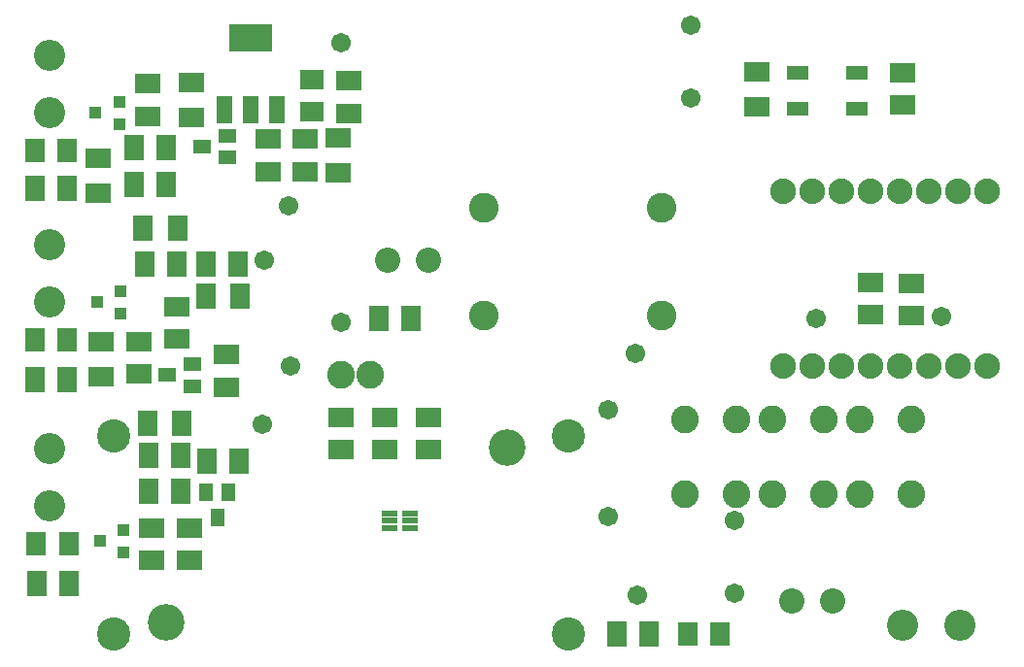
<source format=gbr>
G04 EAGLE Gerber RS-274X export*
G75*
%MOMM*%
%FSLAX34Y34*%
%LPD*%
%INSoldermask Top*%
%IPPOS*%
%AMOC8*
5,1,8,0,0,1.08239X$1,22.5*%
G01*
%ADD10R,1.703200X2.203200*%
%ADD11R,2.203200X1.703200*%
%ADD12C,2.216000*%
%ADD13R,1.854200X1.203200*%
%ADD14C,2.419200*%
%ADD15R,1.203200X1.603200*%
%ADD16R,1.103200X1.003200*%
%ADD17R,1.603200X1.203200*%
%ADD18R,1.803200X2.203200*%
%ADD19R,2.203200X1.803200*%
%ADD20C,2.903200*%
%ADD21C,3.203200*%
%ADD22C,2.603200*%
%ADD23C,2.243200*%
%ADD24R,1.422400X2.438400*%
%ADD25R,3.803200X2.403200*%
%ADD26C,2.724000*%
%ADD27R,2.006200X1.803200*%
%ADD28R,1.803200X2.006200*%
%ADD29R,1.371600X0.558800*%
%ADD30C,1.703200*%


D10*
X191530Y224790D03*
X161530Y224790D03*
D11*
X692601Y531078D03*
X692601Y501078D03*
D12*
X722630Y69850D03*
X758190Y69850D03*
X370840Y367030D03*
X406400Y367030D03*
D10*
X212330Y335280D03*
X242330Y335280D03*
D11*
X199390Y521730D03*
X199390Y491730D03*
X120650Y295670D03*
X120650Y265670D03*
X118110Y455690D03*
X118110Y425690D03*
D10*
X187720Y394970D03*
X157720Y394970D03*
D11*
X327660Y443470D03*
X327660Y473470D03*
D13*
X728152Y530801D03*
X779692Y530801D03*
X779692Y498801D03*
X728152Y498801D03*
D14*
X355600Y266700D03*
X330200Y266700D03*
D15*
X222250Y142670D03*
X212750Y164670D03*
X231750Y164670D03*
D16*
X140810Y112420D03*
X140810Y131420D03*
X119810Y121920D03*
D17*
X178230Y266700D03*
X200230Y276200D03*
X200230Y257200D03*
D16*
X138270Y320700D03*
X138270Y339700D03*
X117270Y330200D03*
D17*
X208710Y466090D03*
X230710Y475590D03*
X230710Y456590D03*
D16*
X137000Y485800D03*
X137000Y504800D03*
X116000Y495300D03*
D18*
X190530Y165100D03*
X162530Y165100D03*
D19*
X161290Y492730D03*
X161290Y520730D03*
D18*
X177830Y464820D03*
X149830Y464820D03*
X149830Y433070D03*
X177830Y433070D03*
X186720Y363220D03*
X158720Y363220D03*
X240060Y363220D03*
X212060Y363220D03*
D19*
X266700Y444470D03*
X266700Y472470D03*
X298450Y472470D03*
X298450Y444470D03*
X368300Y229900D03*
X368300Y201900D03*
X330200Y229900D03*
X330200Y201900D03*
X791938Y347468D03*
X791938Y319468D03*
D18*
X162530Y196850D03*
X190530Y196850D03*
D19*
X827547Y347022D03*
X827547Y319022D03*
X819601Y502078D03*
X819601Y530078D03*
X165100Y105380D03*
X165100Y133380D03*
X198120Y133380D03*
X198120Y105380D03*
D18*
X213330Y191770D03*
X241330Y191770D03*
X363190Y316230D03*
X391190Y316230D03*
D19*
X186690Y298420D03*
X186690Y326420D03*
X153670Y267940D03*
X153670Y295940D03*
X229870Y284510D03*
X229870Y256510D03*
D14*
X827064Y228273D03*
X827064Y163249D03*
X781852Y228273D03*
X781852Y163249D03*
X750864Y228273D03*
X750864Y163249D03*
X705652Y228273D03*
X705652Y163249D03*
X674664Y228273D03*
X674664Y163249D03*
X629452Y228273D03*
X629452Y163249D03*
D20*
X528320Y213360D03*
X528320Y40640D03*
X132080Y40640D03*
X132080Y213360D03*
D21*
X474980Y203200D03*
X177800Y50800D03*
D22*
X609600Y412750D03*
X609600Y318770D03*
X454660Y318770D03*
X454660Y412750D03*
D23*
X893201Y274778D03*
X867801Y274778D03*
X842401Y274778D03*
X817001Y274778D03*
X791601Y274778D03*
X766201Y274778D03*
X740801Y274778D03*
X715401Y274778D03*
X715401Y427178D03*
X740801Y427178D03*
X766201Y427178D03*
X791601Y427178D03*
X817001Y427178D03*
X842401Y427178D03*
X867801Y427178D03*
X893201Y427178D03*
D24*
X228346Y498602D03*
X251460Y498602D03*
X274574Y498602D03*
D25*
X251460Y560580D03*
D26*
X819404Y48260D03*
X869696Y48260D03*
X76200Y202946D03*
X76200Y152654D03*
X76200Y380746D03*
X76200Y330454D03*
X76200Y545846D03*
X76200Y495554D03*
D27*
X304800Y496320D03*
X304800Y524760D03*
D28*
X91690Y297180D03*
X63250Y297180D03*
X91690Y462280D03*
X63250Y462280D03*
X92960Y119380D03*
X64520Y119380D03*
X660650Y40640D03*
X632210Y40640D03*
D18*
X570200Y40640D03*
X598200Y40640D03*
D19*
X336550Y495270D03*
X336550Y523270D03*
D18*
X91470Y429260D03*
X63470Y429260D03*
X91470Y262890D03*
X63470Y262890D03*
X92740Y85090D03*
X64740Y85090D03*
D29*
X389890Y133096D03*
X389890Y139700D03*
X389890Y146304D03*
X372110Y146304D03*
X372110Y139700D03*
X372110Y133096D03*
D19*
X406400Y229900D03*
X406400Y201900D03*
D30*
X588010Y74930D03*
X586740Y285750D03*
X673100Y76200D03*
X673100Y139700D03*
X635000Y508000D03*
X635000Y571840D03*
X330200Y312420D03*
X330200Y556260D03*
X562610Y143510D03*
X562610Y236220D03*
X853440Y317500D03*
X744220Y316230D03*
X261620Y223520D03*
X262890Y367030D03*
X285750Y274320D03*
X284480Y414020D03*
M02*

</source>
